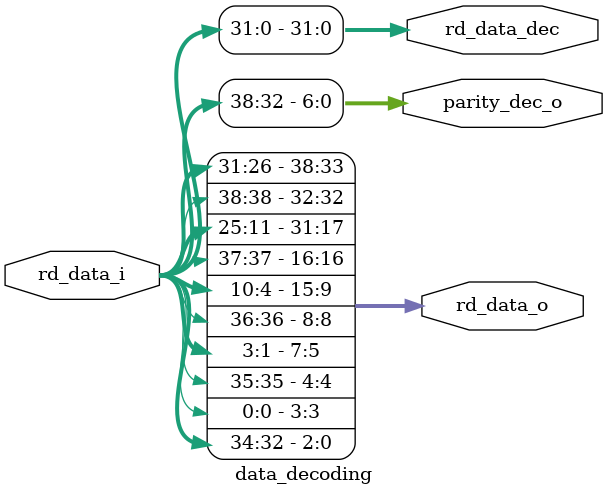
<source format=sv>

module data_decoding#(
                      parameter DATA_WIDTH        = 32                                        ,
                      parameter PARITY_BITS       = 6                                         ,
                      parameter MEMORY_DATA_WIDTH = 39
                     )
                     (
                       input    logic   [MEMORY_DATA_WIDTH-1:0]       rd_data_i         ,

                       output   logic   [MEMORY_DATA_WIDTH-1:0]       rd_data_o         ,
                       output   logic   [PARITY_BITS:0]               parity_dec_o      ,
                       output   logic   [DATA_WIDTH-1:0]              rd_data_dec        
                     );  

                     //-------DECOCDING THE PARITY BITS AND DATA FROM THE ENCODED DATA -------- 
                     always_comb
                     begin
                //   rd_data_o     =  rd_data_i                                                                                                       ;
                //   parity_dec_o  =  {rd_data_i[32] , rd_data_i[16] , rd_data_i[8] , rd_data_i[4] , rd_data_i[2:0]}                                  ; 
                //   rd_data_dec   =  {rd_data_i[38:33] , rd_data_i[31:17] , rd_data_i[15:9] , rd_data_i[7:5] , rd_data_i[3]}                         ;
                     parity_dec_o  =  rd_data_i[38:32]                                                                                                                                          ;
                     rd_data_dec   =  rd_data_i[31:0]                                                                                                                                           ;
                     rd_data_o     =  {rd_data_i[31:26],rd_data_i[38],rd_data_i[25:11],rd_data_i[37],rd_data_i[10:4],rd_data_i[36],rd_data_i[3:1],rd_data_i[35],rd_data_i[0],rd_data_i[34:32]}  ;
                     end
                     //------------------------------------------------------------------------

endmodule                      


</source>
